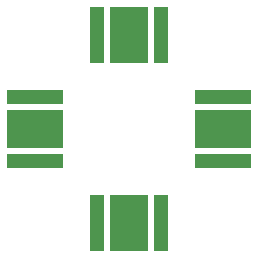
<source format=gbr>
%TF.GenerationSoftware,KiCad,Pcbnew,7.0.7*%
%TF.CreationDate,2024-01-19T08:55:37-05:00*%
%TF.ProjectId,LED_board,4c45445f-626f-4617-9264-2e6b69636164,rev?*%
%TF.SameCoordinates,Original*%
%TF.FileFunction,Soldermask,Top*%
%TF.FilePolarity,Negative*%
%FSLAX46Y46*%
G04 Gerber Fmt 4.6, Leading zero omitted, Abs format (unit mm)*
G04 Created by KiCad (PCBNEW 7.0.7) date 2024-01-19 08:55:37*
%MOMM*%
%LPD*%
G01*
G04 APERTURE LIST*
G04 Aperture macros list*
%AMRoundRect*
0 Rectangle with rounded corners*
0 $1 Rounding radius*
0 $2 $3 $4 $5 $6 $7 $8 $9 X,Y pos of 4 corners*
0 Add a 4 corners polygon primitive as box body*
4,1,4,$2,$3,$4,$5,$6,$7,$8,$9,$2,$3,0*
0 Add four circle primitives for the rounded corners*
1,1,$1+$1,$2,$3*
1,1,$1+$1,$4,$5*
1,1,$1+$1,$6,$7*
1,1,$1+$1,$8,$9*
0 Add four rect primitives between the rounded corners*
20,1,$1+$1,$2,$3,$4,$5,0*
20,1,$1+$1,$4,$5,$6,$7,0*
20,1,$1+$1,$6,$7,$8,$9,0*
20,1,$1+$1,$8,$9,$2,$3,0*%
G04 Aperture macros list end*
%ADD10RoundRect,0.102000X-0.500000X2.300000X-0.500000X-2.300000X0.500000X-2.300000X0.500000X2.300000X0*%
%ADD11RoundRect,0.102000X-1.500000X2.300000X-1.500000X-2.300000X1.500000X-2.300000X1.500000X2.300000X0*%
%ADD12RoundRect,0.102000X-2.300000X-0.500000X2.300000X-0.500000X2.300000X0.500000X-2.300000X0.500000X0*%
%ADD13RoundRect,0.102000X-2.300000X-1.500000X2.300000X-1.500000X2.300000X1.500000X-2.300000X1.500000X0*%
G04 APERTURE END LIST*
D10*
%TO.C,D2*%
X102750000Y-92000000D03*
X97250000Y-92000000D03*
D11*
X100000000Y-92000000D03*
%TD*%
D12*
%TO.C,D4*%
X108000000Y-97250000D03*
X108000000Y-102750000D03*
D13*
X108000000Y-100000000D03*
%TD*%
D12*
%TO.C,D1*%
X92000000Y-97250000D03*
X92000000Y-102750000D03*
D13*
X92000000Y-100000000D03*
%TD*%
D10*
%TO.C,D3*%
X102750000Y-108000000D03*
X97250000Y-108000000D03*
D11*
X100000000Y-108000000D03*
%TD*%
M02*

</source>
